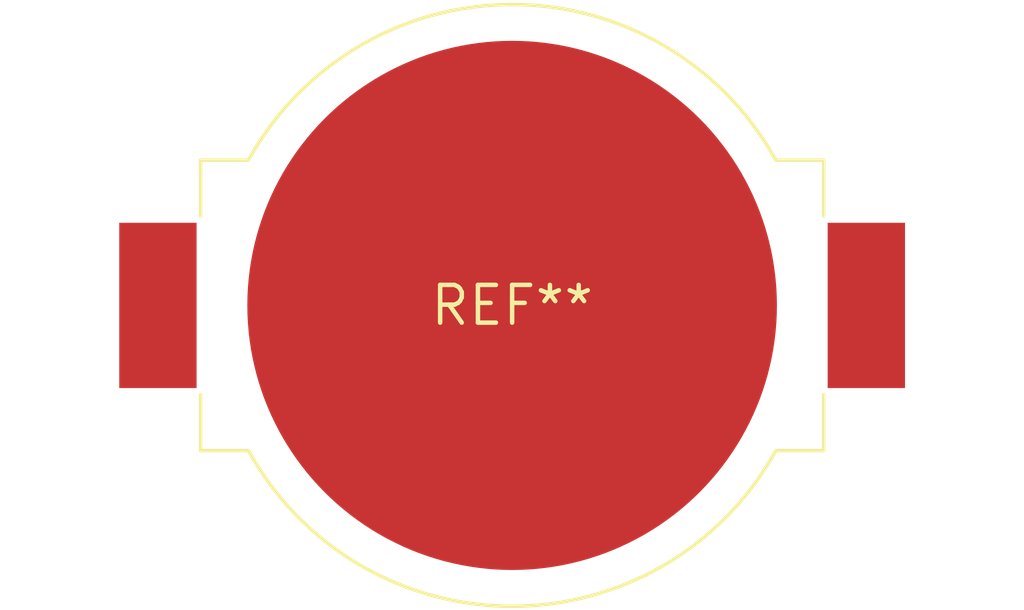
<source format=kicad_pcb>
(kicad_pcb (version 20240108) (generator pcbnew)
  (layers (0 "F.Cu" signal) (31 "B.Cu" signal) (34 "B.Paste" user) (35 "F.Paste" user) (36 "B.SilkS" user "B.Silkscreen") (37 "F.SilkS" user "F.Silkscreen") (38 "B.Mask" user) (39 "F.Mask" user) (44 "Edge.Cuts" user))
  (net 0 "")
  (footprint "BatteryHolder_MPD_BC2003_1x2032" (layer "F.Cu") (at 0 0)
    (property "Reference" "REF**")
    (property "Value" "BatteryHolder_MPD_BC2003_1x2032")
    (fp_line (start -10.47 -4.885) (end -8.86291 -4.885) (layer "F.SilkS") (stroke (width 0.12)))
    (fp_line (start -10.47 -3) (end -10.47 -4.885) (layer "F.SilkS") (stroke (width 0.12)))
    (fp_line (start -10.47 3) (end -10.47 4.885) (layer "F.SilkS") (stroke (width 0.12)))
    (fp_line (start -10.47 4.885) (end -8.86291 4.885) (layer "F.SilkS") (stroke (width 0.12)))
    (fp_line (start 10.47 -4.885) (end 8.86291 -4.885) (layer "F.SilkS") (stroke (width 0.12)))
    (fp_line (start 10.47 -3) (end 10.47 -4.885) (layer "F.SilkS") (stroke (width 0.12)))
    (fp_line (start 10.47 3) (end 10.47 4.885) (layer "F.SilkS") (stroke (width 0.12)))
    (fp_line (start 10.47 4.885) (end 8.86291 4.885) (layer "F.SilkS") (stroke (width 0.12)))
    (fp_arc (start -8.86291 -4.885) (mid 0 -10.12) (end 8.86291 -4.885) (layer "F.SilkS") (stroke (width 0.12)))
    (fp_arc (start 8.865021 4.881168) (mid 0.002187 10.12) (end -8.86291 4.885) (layer "F.SilkS") (stroke (width 0.12)))
    (pad "1" smd rect (at -11.905 0) (size 2.6 5.56) (layers "F.Cu" "F.Paste" "F.Mask"))
    (pad "1" smd rect (at 11.905 0) (size 2.6 5.56) (layers "F.Cu" "F.Paste" "F.Mask"))
    (pad "2" smd circle (at 0 0) (size 17.8 17.8) (layers "F.Cu" "F.Mask"))
  )
)
</source>
